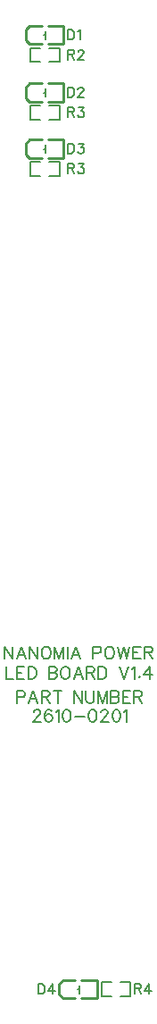
<source format=gto>
G04 Layer: TopSilkscreenLayer*
G04 Panelize: Stamp Hole, Column: 10, Row: 1, Board Size: 15.24mm x 95mm, Panelized Board Size: 206.4mm x 95mm*
G04 EasyEDA v6.5.34, 2023-08-21 18:11:39*
G04 37ba9180ffe74b91916b72eff976b916,5a6b42c53f6a479593ecc07194224c93,10*
G04 Gerber Generator version 0.2*
G04 Scale: 100 percent, Rotated: No, Reflected: No *
G04 Dimensions in millimeters *
G04 leading zeros omitted , absolute positions ,4 integer and 5 decimal *
%FSLAX45Y45*%
%MOMM*%

%ADD10C,0.1524*%
%ADD11C,0.2032*%
%ADD12C,0.2540*%
%ADD13C,0.2030*%

%LPD*%
D10*
X914387Y11264140D02*
G01*
X914387Y11168636D01*
X914387Y11264140D02*
G01*
X946137Y11264140D01*
X959853Y11259568D01*
X968997Y11250678D01*
X973569Y11241534D01*
X978141Y11227818D01*
X978141Y11205212D01*
X973569Y11191496D01*
X968997Y11182352D01*
X959853Y11173208D01*
X946137Y11168636D01*
X914387Y11168636D01*
X1008113Y11246106D02*
G01*
X1017003Y11250678D01*
X1030719Y11264140D01*
X1030719Y11168636D01*
X914285Y11073640D02*
G01*
X914285Y10978136D01*
X914285Y11073640D02*
G01*
X955433Y11073640D01*
X968895Y11069068D01*
X973467Y11064496D01*
X978039Y11055606D01*
X978039Y11046462D01*
X973467Y11037318D01*
X968895Y11032746D01*
X955433Y11028174D01*
X914285Y11028174D01*
X946289Y11028174D02*
G01*
X978039Y10978136D01*
X1012583Y11051034D02*
G01*
X1012583Y11055606D01*
X1017155Y11064496D01*
X1021727Y11069068D01*
X1030871Y11073640D01*
X1048905Y11073640D01*
X1058049Y11069068D01*
X1062621Y11064496D01*
X1067193Y11055606D01*
X1067193Y11046462D01*
X1062621Y11037318D01*
X1053477Y11023602D01*
X1008011Y10978136D01*
X1071765Y10978136D01*
X914415Y10718015D02*
G01*
X914415Y10622765D01*
X914415Y10718015D02*
G01*
X946165Y10718015D01*
X959881Y10713443D01*
X969025Y10704553D01*
X973597Y10695409D01*
X977915Y10681693D01*
X977915Y10659087D01*
X973597Y10645371D01*
X969025Y10636227D01*
X959881Y10627083D01*
X946165Y10622765D01*
X914415Y10622765D01*
X1012459Y10695409D02*
G01*
X1012459Y10699981D01*
X1017031Y10709125D01*
X1021603Y10713443D01*
X1030747Y10718015D01*
X1049035Y10718015D01*
X1057925Y10713443D01*
X1062497Y10709125D01*
X1067069Y10699981D01*
X1067069Y10690837D01*
X1062497Y10681693D01*
X1053607Y10668231D01*
X1008141Y10622765D01*
X1071641Y10622765D01*
X914400Y10527537D02*
G01*
X914400Y10432034D01*
X914400Y10527537D02*
G01*
X955293Y10527537D01*
X969009Y10522965D01*
X973581Y10518394D01*
X978154Y10509504D01*
X978154Y10500360D01*
X973581Y10491215D01*
X969009Y10486644D01*
X955293Y10482071D01*
X914400Y10482071D01*
X946150Y10482071D02*
G01*
X978154Y10432034D01*
X1017015Y10527537D02*
G01*
X1067054Y10527537D01*
X1039875Y10491215D01*
X1053591Y10491215D01*
X1062481Y10486644D01*
X1067054Y10482071D01*
X1071625Y10468610D01*
X1071625Y10459465D01*
X1067054Y10445750D01*
X1057909Y10436605D01*
X1044447Y10432034D01*
X1030731Y10432034D01*
X1017015Y10436605D01*
X1012697Y10441178D01*
X1008125Y10450321D01*
X914400Y10184637D02*
G01*
X914400Y10089134D01*
X914400Y10184637D02*
G01*
X946150Y10184637D01*
X959865Y10180065D01*
X969009Y10171176D01*
X973581Y10162031D01*
X978154Y10148315D01*
X978154Y10125710D01*
X973581Y10111994D01*
X969009Y10102850D01*
X959865Y10093705D01*
X946150Y10089134D01*
X914400Y10089134D01*
X1017015Y10184637D02*
G01*
X1067054Y10184637D01*
X1039875Y10148315D01*
X1053591Y10148315D01*
X1062481Y10143744D01*
X1067054Y10139171D01*
X1071625Y10125710D01*
X1071625Y10116565D01*
X1067054Y10102850D01*
X1057909Y10093705D01*
X1044447Y10089134D01*
X1030731Y10089134D01*
X1017015Y10093705D01*
X1012697Y10098278D01*
X1008125Y10107421D01*
X914400Y9994137D02*
G01*
X914400Y9898634D01*
X914400Y9994137D02*
G01*
X955293Y9994137D01*
X969009Y9989565D01*
X973581Y9984994D01*
X978154Y9976104D01*
X978154Y9966960D01*
X973581Y9957815D01*
X969009Y9953244D01*
X955293Y9948671D01*
X914400Y9948671D01*
X946150Y9948671D02*
G01*
X978154Y9898634D01*
X1017015Y9994137D02*
G01*
X1067054Y9994137D01*
X1039875Y9957815D01*
X1053591Y9957815D01*
X1062481Y9953244D01*
X1067054Y9948671D01*
X1071625Y9935210D01*
X1071625Y9926065D01*
X1067054Y9912350D01*
X1057909Y9903205D01*
X1044447Y9898634D01*
X1030731Y9898634D01*
X1017015Y9903205D01*
X1012697Y9907778D01*
X1008125Y9916921D01*
X635000Y2221737D02*
G01*
X635000Y2126234D01*
X635000Y2221737D02*
G01*
X666750Y2221737D01*
X680465Y2217165D01*
X689609Y2208276D01*
X694181Y2199131D01*
X698754Y2185415D01*
X698754Y2162810D01*
X694181Y2149094D01*
X689609Y2139950D01*
X680465Y2130805D01*
X666750Y2126234D01*
X635000Y2126234D01*
X774191Y2221737D02*
G01*
X728725Y2158237D01*
X796797Y2158237D01*
X774191Y2221737D02*
G01*
X774191Y2126234D01*
X1549400Y2221737D02*
G01*
X1549400Y2126234D01*
X1549400Y2221737D02*
G01*
X1590293Y2221737D01*
X1604009Y2217165D01*
X1608581Y2212594D01*
X1613154Y2203704D01*
X1613154Y2194560D01*
X1608581Y2185415D01*
X1604009Y2180844D01*
X1590293Y2176271D01*
X1549400Y2176271D01*
X1581150Y2176271D02*
G01*
X1613154Y2126234D01*
X1688591Y2221737D02*
G01*
X1643125Y2158237D01*
X1711197Y2158237D01*
X1688591Y2221737D02*
G01*
X1688591Y2126234D01*
D11*
X330200Y5226557D02*
G01*
X330200Y5112004D01*
X330200Y5112004D02*
G01*
X395731Y5112004D01*
X431545Y5226557D02*
G01*
X431545Y5112004D01*
X431545Y5226557D02*
G01*
X502665Y5226557D01*
X431545Y5171947D02*
G01*
X475234Y5171947D01*
X431545Y5112004D02*
G01*
X502665Y5112004D01*
X538479Y5226557D02*
G01*
X538479Y5112004D01*
X538479Y5226557D02*
G01*
X576834Y5226557D01*
X593089Y5220970D01*
X604012Y5210047D01*
X609345Y5199126D01*
X614934Y5182870D01*
X614934Y5155692D01*
X609345Y5139181D01*
X604012Y5128260D01*
X593089Y5117337D01*
X576834Y5112004D01*
X538479Y5112004D01*
X734822Y5226557D02*
G01*
X734822Y5112004D01*
X734822Y5226557D02*
G01*
X784097Y5226557D01*
X800354Y5220970D01*
X805941Y5215636D01*
X811275Y5204713D01*
X811275Y5193792D01*
X805941Y5182870D01*
X800354Y5177281D01*
X784097Y5171947D01*
X734822Y5171947D02*
G01*
X784097Y5171947D01*
X800354Y5166613D01*
X805941Y5161026D01*
X811275Y5150104D01*
X811275Y5133847D01*
X805941Y5122926D01*
X800354Y5117337D01*
X784097Y5112004D01*
X734822Y5112004D01*
X880109Y5226557D02*
G01*
X869188Y5220970D01*
X858265Y5210047D01*
X852677Y5199126D01*
X847343Y5182870D01*
X847343Y5155692D01*
X852677Y5139181D01*
X858265Y5128260D01*
X869188Y5117337D01*
X880109Y5112004D01*
X901954Y5112004D01*
X912622Y5117337D01*
X923543Y5128260D01*
X929131Y5139181D01*
X934465Y5155692D01*
X934465Y5182870D01*
X929131Y5199126D01*
X923543Y5210047D01*
X912622Y5220970D01*
X901954Y5226557D01*
X880109Y5226557D01*
X1014222Y5226557D02*
G01*
X970534Y5112004D01*
X1014222Y5226557D02*
G01*
X1057909Y5112004D01*
X987043Y5150104D02*
G01*
X1041400Y5150104D01*
X1093724Y5226557D02*
G01*
X1093724Y5112004D01*
X1093724Y5226557D02*
G01*
X1143000Y5226557D01*
X1159256Y5220970D01*
X1164843Y5215636D01*
X1170177Y5204713D01*
X1170177Y5193792D01*
X1164843Y5182870D01*
X1159256Y5177281D01*
X1143000Y5171947D01*
X1093724Y5171947D01*
X1132077Y5171947D02*
G01*
X1170177Y5112004D01*
X1206245Y5226557D02*
G01*
X1206245Y5112004D01*
X1206245Y5226557D02*
G01*
X1244345Y5226557D01*
X1260856Y5220970D01*
X1271777Y5210047D01*
X1277111Y5199126D01*
X1282445Y5182870D01*
X1282445Y5155692D01*
X1277111Y5139181D01*
X1271777Y5128260D01*
X1260856Y5117337D01*
X1244345Y5112004D01*
X1206245Y5112004D01*
X1402588Y5226557D02*
G01*
X1446275Y5112004D01*
X1489709Y5226557D02*
G01*
X1446275Y5112004D01*
X1525777Y5204713D02*
G01*
X1536700Y5210047D01*
X1553209Y5226557D01*
X1553209Y5112004D01*
X1594611Y5139181D02*
G01*
X1589024Y5133847D01*
X1594611Y5128260D01*
X1599945Y5133847D01*
X1594611Y5139181D01*
X1690624Y5226557D02*
G01*
X1636013Y5150104D01*
X1717802Y5150104D01*
X1690624Y5226557D02*
G01*
X1690624Y5112004D01*
X317500Y5416989D02*
G01*
X317500Y5302445D01*
X317500Y5416989D02*
G01*
X393862Y5302445D01*
X393862Y5416989D02*
G01*
X393862Y5302445D01*
X473499Y5416989D02*
G01*
X429864Y5302445D01*
X473499Y5416989D02*
G01*
X517136Y5302445D01*
X446227Y5340626D02*
G01*
X500771Y5340626D01*
X553135Y5416989D02*
G01*
X553135Y5302445D01*
X553135Y5416989D02*
G01*
X629498Y5302445D01*
X629498Y5416989D02*
G01*
X629498Y5302445D01*
X698225Y5416989D02*
G01*
X687316Y5411536D01*
X676409Y5400626D01*
X670953Y5389717D01*
X665500Y5373354D01*
X665500Y5346082D01*
X670953Y5329717D01*
X676409Y5318808D01*
X687316Y5307898D01*
X698225Y5302445D01*
X720044Y5302445D01*
X730953Y5307898D01*
X741862Y5318808D01*
X747316Y5329717D01*
X752772Y5346082D01*
X752772Y5373354D01*
X747316Y5389717D01*
X741862Y5400626D01*
X730953Y5411536D01*
X720044Y5416989D01*
X698225Y5416989D01*
X788771Y5416989D02*
G01*
X788771Y5302445D01*
X788771Y5416989D02*
G01*
X832408Y5302445D01*
X876043Y5416989D02*
G01*
X832408Y5302445D01*
X876043Y5416989D02*
G01*
X876043Y5302445D01*
X912045Y5416989D02*
G01*
X912045Y5302445D01*
X991679Y5416989D02*
G01*
X948044Y5302445D01*
X991679Y5416989D02*
G01*
X1035316Y5302445D01*
X964407Y5340626D02*
G01*
X1018954Y5340626D01*
X1155316Y5416989D02*
G01*
X1155316Y5302445D01*
X1155316Y5416989D02*
G01*
X1204407Y5416989D01*
X1220769Y5411536D01*
X1226225Y5406082D01*
X1231679Y5395173D01*
X1231679Y5378808D01*
X1226225Y5367898D01*
X1220769Y5362445D01*
X1204407Y5356989D01*
X1155316Y5356989D01*
X1300406Y5416989D02*
G01*
X1289497Y5411536D01*
X1278587Y5400626D01*
X1273134Y5389717D01*
X1267680Y5373354D01*
X1267680Y5346082D01*
X1273134Y5329717D01*
X1278587Y5318808D01*
X1289497Y5307898D01*
X1300406Y5302445D01*
X1322224Y5302445D01*
X1333134Y5307898D01*
X1344043Y5318808D01*
X1349496Y5329717D01*
X1354952Y5346082D01*
X1354952Y5373354D01*
X1349496Y5389717D01*
X1344043Y5400626D01*
X1333134Y5411536D01*
X1322224Y5416989D01*
X1300406Y5416989D01*
X1390952Y5416989D02*
G01*
X1418224Y5302445D01*
X1445498Y5416989D02*
G01*
X1418224Y5302445D01*
X1445498Y5416989D02*
G01*
X1472770Y5302445D01*
X1500042Y5416989D02*
G01*
X1472770Y5302445D01*
X1536042Y5416989D02*
G01*
X1536042Y5302445D01*
X1536042Y5416989D02*
G01*
X1606951Y5416989D01*
X1536042Y5362445D02*
G01*
X1579679Y5362445D01*
X1536042Y5302445D02*
G01*
X1606951Y5302445D01*
X1642950Y5416989D02*
G01*
X1642950Y5302445D01*
X1642950Y5416989D02*
G01*
X1692043Y5416989D01*
X1708406Y5411536D01*
X1713859Y5406082D01*
X1719315Y5395173D01*
X1719315Y5384264D01*
X1713859Y5373354D01*
X1708406Y5367898D01*
X1692043Y5362445D01*
X1642950Y5362445D01*
X1681134Y5362445D02*
G01*
X1719315Y5302445D01*
X589534Y4792726D02*
G01*
X589534Y4798313D01*
X595121Y4809236D01*
X600455Y4814570D01*
X611378Y4820157D01*
X633221Y4820157D01*
X644144Y4814570D01*
X649731Y4809236D01*
X655065Y4798313D01*
X655065Y4787392D01*
X649731Y4776470D01*
X638810Y4760213D01*
X584200Y4705604D01*
X660654Y4705604D01*
X762000Y4803647D02*
G01*
X756665Y4814570D01*
X740156Y4820157D01*
X729234Y4820157D01*
X712977Y4814570D01*
X702056Y4798313D01*
X696468Y4770881D01*
X696468Y4743704D01*
X702056Y4721860D01*
X712977Y4710937D01*
X729234Y4705604D01*
X734822Y4705604D01*
X751077Y4710937D01*
X762000Y4721860D01*
X767588Y4738370D01*
X767588Y4743704D01*
X762000Y4760213D01*
X751077Y4770881D01*
X734822Y4776470D01*
X729234Y4776470D01*
X712977Y4770881D01*
X702056Y4760213D01*
X696468Y4743704D01*
X803402Y4798313D02*
G01*
X814324Y4803647D01*
X830834Y4820157D01*
X830834Y4705604D01*
X899413Y4820157D02*
G01*
X883158Y4814570D01*
X872236Y4798313D01*
X866647Y4770881D01*
X866647Y4754626D01*
X872236Y4727447D01*
X883158Y4710937D01*
X899413Y4705604D01*
X910336Y4705604D01*
X926845Y4710937D01*
X937768Y4727447D01*
X943102Y4754626D01*
X943102Y4770881D01*
X937768Y4798313D01*
X926845Y4814570D01*
X910336Y4820157D01*
X899413Y4820157D01*
X979170Y4754626D02*
G01*
X1077213Y4754626D01*
X1146047Y4820157D02*
G01*
X1129538Y4814570D01*
X1118870Y4798313D01*
X1113281Y4770881D01*
X1113281Y4754626D01*
X1118870Y4727447D01*
X1129538Y4710937D01*
X1146047Y4705604D01*
X1156970Y4705604D01*
X1173225Y4710937D01*
X1184147Y4727447D01*
X1189736Y4754626D01*
X1189736Y4770881D01*
X1184147Y4798313D01*
X1173225Y4814570D01*
X1156970Y4820157D01*
X1146047Y4820157D01*
X1231138Y4792726D02*
G01*
X1231138Y4798313D01*
X1236472Y4809236D01*
X1242059Y4814570D01*
X1252981Y4820157D01*
X1274825Y4820157D01*
X1285747Y4814570D01*
X1291081Y4809236D01*
X1296670Y4798313D01*
X1296670Y4787392D01*
X1291081Y4776470D01*
X1280159Y4760213D01*
X1225550Y4705604D01*
X1302004Y4705604D01*
X1370838Y4820157D02*
G01*
X1354327Y4814570D01*
X1343406Y4798313D01*
X1338072Y4770881D01*
X1338072Y4754626D01*
X1343406Y4727447D01*
X1354327Y4710937D01*
X1370838Y4705604D01*
X1381759Y4705604D01*
X1398015Y4710937D01*
X1408938Y4727447D01*
X1414272Y4754626D01*
X1414272Y4770881D01*
X1408938Y4798313D01*
X1398015Y4814570D01*
X1381759Y4820157D01*
X1370838Y4820157D01*
X1450340Y4798313D02*
G01*
X1461261Y4803647D01*
X1477772Y4820157D01*
X1477772Y4705604D01*
X431800Y4997889D02*
G01*
X431800Y4883345D01*
X431800Y4997889D02*
G01*
X480890Y4997889D01*
X497253Y4992436D01*
X502709Y4986982D01*
X508162Y4976073D01*
X508162Y4959708D01*
X502709Y4948798D01*
X497253Y4943345D01*
X480890Y4937889D01*
X431800Y4937889D01*
X587799Y4997889D02*
G01*
X544164Y4883345D01*
X587799Y4997889D02*
G01*
X631436Y4883345D01*
X560527Y4921526D02*
G01*
X615071Y4921526D01*
X667435Y4997889D02*
G01*
X667435Y4883345D01*
X667435Y4997889D02*
G01*
X716526Y4997889D01*
X732889Y4992436D01*
X738344Y4986982D01*
X743798Y4976073D01*
X743798Y4965164D01*
X738344Y4954254D01*
X732889Y4948798D01*
X716526Y4943345D01*
X667435Y4943345D01*
X705617Y4943345D02*
G01*
X743798Y4883345D01*
X817981Y4997889D02*
G01*
X817981Y4883345D01*
X779800Y4997889D02*
G01*
X856162Y4997889D01*
X976162Y4997889D02*
G01*
X976162Y4883345D01*
X976162Y4997889D02*
G01*
X1052525Y4883345D01*
X1052525Y4997889D02*
G01*
X1052525Y4883345D01*
X1088527Y4997889D02*
G01*
X1088527Y4916073D01*
X1093980Y4899708D01*
X1104889Y4888798D01*
X1121252Y4883345D01*
X1132161Y4883345D01*
X1148527Y4888798D01*
X1159433Y4899708D01*
X1164889Y4916073D01*
X1164889Y4997889D01*
X1200889Y4997889D02*
G01*
X1200889Y4883345D01*
X1200889Y4997889D02*
G01*
X1244526Y4883345D01*
X1288161Y4997889D02*
G01*
X1244526Y4883345D01*
X1288161Y4997889D02*
G01*
X1288161Y4883345D01*
X1324162Y4997889D02*
G01*
X1324162Y4883345D01*
X1324162Y4997889D02*
G01*
X1373253Y4997889D01*
X1389616Y4992436D01*
X1395069Y4986982D01*
X1400525Y4976073D01*
X1400525Y4965164D01*
X1395069Y4954254D01*
X1389616Y4948798D01*
X1373253Y4943345D01*
X1324162Y4943345D02*
G01*
X1373253Y4943345D01*
X1389616Y4937889D01*
X1395069Y4932436D01*
X1400525Y4921526D01*
X1400525Y4905164D01*
X1395069Y4894254D01*
X1389616Y4888798D01*
X1373253Y4883345D01*
X1324162Y4883345D01*
X1436524Y4997889D02*
G01*
X1436524Y4883345D01*
X1436524Y4997889D02*
G01*
X1507434Y4997889D01*
X1436524Y4943345D02*
G01*
X1480162Y4943345D01*
X1436524Y4883345D02*
G01*
X1507434Y4883345D01*
X1543433Y4997889D02*
G01*
X1543433Y4883345D01*
X1543433Y4997889D02*
G01*
X1592524Y4997889D01*
X1608889Y4992436D01*
X1614342Y4986982D01*
X1619798Y4976073D01*
X1619798Y4965164D01*
X1614342Y4954254D01*
X1608889Y4948798D01*
X1592524Y4943345D01*
X1543433Y4943345D01*
X1581614Y4943345D02*
G01*
X1619798Y4883345D01*
D12*
X875029Y11127739D02*
G01*
X875029Y11300460D01*
X875029Y11300460D02*
G01*
X727709Y11300460D01*
X875029Y11127739D02*
G01*
X727709Y11127739D01*
X669290Y11300460D02*
G01*
X552450Y11300460D01*
X666750Y11127739D02*
G01*
X552450Y11127739D01*
X552450Y11127739D02*
G01*
X516889Y11163300D01*
X516889Y11264900D01*
X552450Y11300460D01*
D13*
X706120Y11173460D02*
G01*
X706120Y11252200D01*
X706120Y11213304D02*
G01*
X688583Y11213304D01*
D10*
X741121Y10957539D02*
G01*
X837008Y10957539D01*
X837008Y11089660D01*
X741121Y11089660D01*
X655878Y10957539D02*
G01*
X559991Y10957539D01*
X559991Y11089660D01*
X655878Y11089660D01*
D12*
X875029Y10581639D02*
G01*
X875029Y10754360D01*
X875029Y10754360D02*
G01*
X727709Y10754360D01*
X875029Y10581639D02*
G01*
X727709Y10581639D01*
X669290Y10754360D02*
G01*
X552450Y10754360D01*
X666750Y10581639D02*
G01*
X552450Y10581639D01*
X552450Y10581639D02*
G01*
X516889Y10617200D01*
X516889Y10718800D01*
X552450Y10754360D01*
D13*
X706120Y10627360D02*
G01*
X706120Y10706100D01*
X706120Y10667204D02*
G01*
X688583Y10667204D01*
D10*
X741121Y10411439D02*
G01*
X837008Y10411439D01*
X837008Y10543560D01*
X741121Y10543560D01*
X655878Y10411439D02*
G01*
X559991Y10411439D01*
X559991Y10543560D01*
X655878Y10543560D01*
D12*
X875029Y10048239D02*
G01*
X875029Y10220960D01*
X875029Y10220960D02*
G01*
X727709Y10220960D01*
X875029Y10048239D02*
G01*
X727709Y10048239D01*
X669290Y10220960D02*
G01*
X552450Y10220960D01*
X666750Y10048239D02*
G01*
X552450Y10048239D01*
X552450Y10048239D02*
G01*
X516889Y10083800D01*
X516889Y10185400D01*
X552450Y10220960D01*
D13*
X706120Y10093960D02*
G01*
X706120Y10172700D01*
X706120Y10133804D02*
G01*
X688583Y10133804D01*
D10*
X741121Y9878039D02*
G01*
X837008Y9878039D01*
X837008Y10010160D01*
X741121Y10010160D01*
X655878Y9878039D02*
G01*
X559991Y9878039D01*
X559991Y10010160D01*
X655878Y10010160D01*
D12*
X1192529Y2085339D02*
G01*
X1192529Y2258060D01*
X1192529Y2258060D02*
G01*
X1045209Y2258060D01*
X1192529Y2085339D02*
G01*
X1045209Y2085339D01*
X986790Y2258060D02*
G01*
X869950Y2258060D01*
X984250Y2085339D02*
G01*
X869950Y2085339D01*
X869950Y2085339D02*
G01*
X834390Y2120900D01*
X834390Y2222500D01*
X869950Y2258060D01*
D13*
X1023620Y2131060D02*
G01*
X1023620Y2209800D01*
X1023620Y2170904D02*
G01*
X1006083Y2170904D01*
D10*
X1414221Y2105639D02*
G01*
X1510108Y2105639D01*
X1510108Y2237760D01*
X1414221Y2237760D01*
X1328978Y2105639D02*
G01*
X1233091Y2105639D01*
X1233091Y2237760D01*
X1328978Y2237760D01*
M02*

</source>
